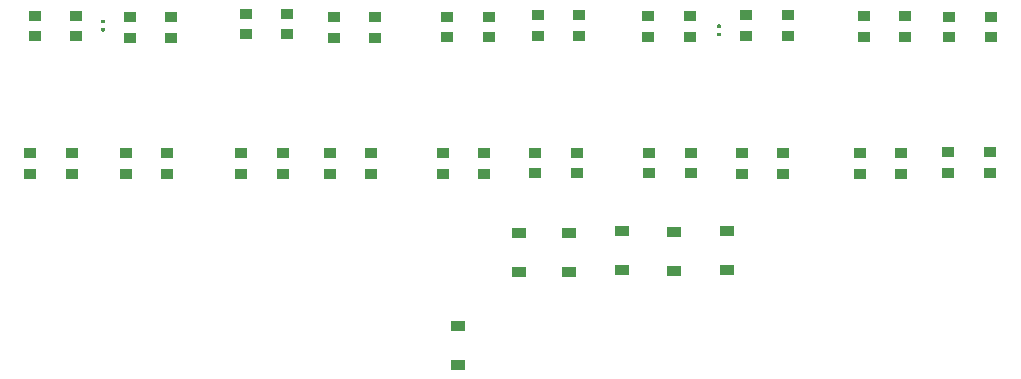
<source format=gbr>
G04 #@! TF.GenerationSoftware,KiCad,Pcbnew,(5.1.6)-1*
G04 #@! TF.CreationDate,2020-11-25T13:13:22+11:00*
G04 #@! TF.ProjectId,RWR_Control_Panel,5257525f-436f-46e7-9472-6f6c5f50616e,-*
G04 #@! TF.SameCoordinates,Original*
G04 #@! TF.FileFunction,Paste,Top*
G04 #@! TF.FilePolarity,Positive*
%FSLAX46Y46*%
G04 Gerber Fmt 4.6, Leading zero omitted, Abs format (unit mm)*
G04 Created by KiCad (PCBNEW (5.1.6)-1) date 2020-11-25 13:13:22*
%MOMM*%
%LPD*%
G01*
G04 APERTURE LIST*
%ADD10R,1.000000X0.850000*%
%ADD11R,1.200000X0.900000*%
G04 APERTURE END LIST*
D10*
X117888000Y-86366400D03*
X114388000Y-86366400D03*
X117888000Y-84616400D03*
X114388000Y-84616400D03*
X187225000Y-97819100D03*
X183725000Y-97819100D03*
X187225000Y-96069100D03*
X183725000Y-96069100D03*
X179711000Y-97869900D03*
X176211000Y-97869900D03*
X179711000Y-96119900D03*
X176211000Y-96119900D03*
X187303000Y-86326900D03*
X183803000Y-86326900D03*
X187303000Y-84576900D03*
X183803000Y-84576900D03*
X180039000Y-86276100D03*
X176539000Y-86276100D03*
X180039000Y-84526100D03*
X176539000Y-84526100D03*
X169727000Y-97909400D03*
X166227000Y-97909400D03*
X169727000Y-96159400D03*
X166227000Y-96159400D03*
X161903000Y-97858600D03*
X158403000Y-97858600D03*
X161903000Y-96108600D03*
X158403000Y-96108600D03*
X170110000Y-86185900D03*
X166610000Y-86185900D03*
X170110000Y-84435900D03*
X166610000Y-84435900D03*
X161802000Y-86276100D03*
X158302000Y-86276100D03*
X161802000Y-84526100D03*
X158302000Y-84526100D03*
X152251000Y-97858600D03*
X148751000Y-97858600D03*
X152251000Y-96108600D03*
X148751000Y-96108600D03*
X144405000Y-97920800D03*
X140905000Y-97920800D03*
X144405000Y-96170800D03*
X140905000Y-96170800D03*
X152483000Y-86236800D03*
X148983000Y-86236800D03*
X152483000Y-84486800D03*
X148983000Y-84486800D03*
X144784000Y-86326900D03*
X141284000Y-86326900D03*
X144784000Y-84576900D03*
X141284000Y-84576900D03*
X134827000Y-97909400D03*
X131327000Y-97909400D03*
X134827000Y-96159400D03*
X131327000Y-96159400D03*
X127359000Y-97909400D03*
X123859000Y-97909400D03*
X127359000Y-96159400D03*
X123859000Y-96159400D03*
X135211000Y-86389100D03*
X131711000Y-86389100D03*
X135211000Y-84639100D03*
X131711000Y-84639100D03*
X127738000Y-86084400D03*
X124238000Y-86084400D03*
X127738000Y-84334400D03*
X124238000Y-84334400D03*
X117555000Y-97909400D03*
X114055000Y-97909400D03*
X117555000Y-96159400D03*
X114055000Y-96159400D03*
X109478000Y-97909400D03*
X105978000Y-97909400D03*
X109478000Y-96159400D03*
X105978000Y-96159400D03*
X109861000Y-86264800D03*
X106361000Y-86264800D03*
X109861000Y-84514800D03*
X106361000Y-84514800D03*
G36*
G01*
X164218500Y-85942800D02*
X164419500Y-85942800D01*
G75*
G02*
X164499000Y-86022300I0J-79500D01*
G01*
X164499000Y-86181300D01*
G75*
G02*
X164419500Y-86260800I-79500J0D01*
G01*
X164218500Y-86260800D01*
G75*
G02*
X164139000Y-86181300I0J79500D01*
G01*
X164139000Y-86022300D01*
G75*
G02*
X164218500Y-85942800I79500J0D01*
G01*
G37*
G36*
G01*
X164218500Y-85252800D02*
X164419500Y-85252800D01*
G75*
G02*
X164499000Y-85332300I0J-79500D01*
G01*
X164499000Y-85491300D01*
G75*
G02*
X164419500Y-85570800I-79500J0D01*
G01*
X164218500Y-85570800D01*
G75*
G02*
X164139000Y-85491300I0J79500D01*
G01*
X164139000Y-85332300D01*
G75*
G02*
X164218500Y-85252800I79500J0D01*
G01*
G37*
G36*
G01*
X112247500Y-85164400D02*
X112046500Y-85164400D01*
G75*
G02*
X111967000Y-85084900I0J79500D01*
G01*
X111967000Y-84925900D01*
G75*
G02*
X112046500Y-84846400I79500J0D01*
G01*
X112247500Y-84846400D01*
G75*
G02*
X112327000Y-84925900I0J-79500D01*
G01*
X112327000Y-85084900D01*
G75*
G02*
X112247500Y-85164400I-79500J0D01*
G01*
G37*
G36*
G01*
X112247500Y-85854400D02*
X112046500Y-85854400D01*
G75*
G02*
X111967000Y-85774900I0J79500D01*
G01*
X111967000Y-85615900D01*
G75*
G02*
X112046500Y-85536400I79500J0D01*
G01*
X112247500Y-85536400D01*
G75*
G02*
X112327000Y-85615900I0J-79500D01*
G01*
X112327000Y-85774900D01*
G75*
G02*
X112247500Y-85854400I-79500J0D01*
G01*
G37*
D11*
X142221000Y-110752000D03*
X142221000Y-114052000D03*
X147352000Y-102876000D03*
X147352000Y-106176000D03*
X151606000Y-102876000D03*
X151606000Y-106176000D03*
X156064000Y-102724000D03*
X156064000Y-106024000D03*
X160522000Y-102801000D03*
X160522000Y-106101000D03*
X164979000Y-102700000D03*
X164979000Y-106000000D03*
M02*

</source>
